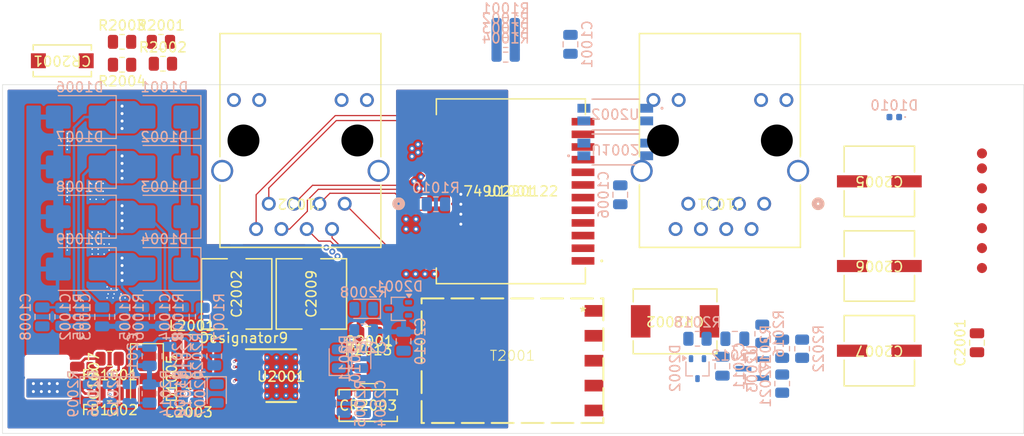
<source format=kicad_pcb>
(kicad_pcb (version 20240108) (generator "pcbnew") (generator_version "8.0")
  (layers (0 "F.Cu" signal) (1 "In1.Cu" signal) (2 "In2.Cu" signal) (31 "B.Cu" signal) (34 "B.Paste" user) (35 "F.Paste" user) (36 "B.SilkS" user "B.Silkscreen") (37 "F.SilkS" user "F.Silkscreen") (38 "B.Mask" user) (39 "F.Mask" user) (44 "Edge.Cuts" user))
  (net 0 "")
  (net 1 "/A_IN")
  (net 2 "/B_IN")
  (net 3 "/C_IN")
  (net 4 "/D_IN")
  (net 5 "Net-(C1001-Pad1)")
  (net 7 "Net-(C1002-Pad2)")
  (net 8 "Net-(C1003-Pad2)")
  (net 9 "Net-(C1004-Pad2)")
  (net 10 "Net-(C1005-Pad2)")
  (net 11 "/VDD_PRIME")
  (net 12 "/VSS_PRIME")
  (net 13 "Net-(C1008-Pad1)")
  (net 14 "Net-(C2004-Pad2)")
  (net 15 "/Flyback/T_PRI")
  (net 16 "Net-(U2001-CS)")
  (net 17 "+5V")
  (net 18 "Net-(C2013-Pad1)")
  (net 19 "Net-(U2001-CTL)")
  (net 20 "GND")
  (net 21 "/Flyback/VC")
  (net 22 "VDD")
  (net 23 "Net-(U2001-VB)")
  (net 24 "Net-(CR2001-Pad2)")
  (net 25 "Net-(CR2002-Pad2)")
  (net 26 "Net-(CR2003-Pad2)")
  (net 27 "Net-(D2001-K)")
  (net 29 "VSS")
  (net 30 "Net-(D2001-A)")
  (net 31 "Net-(D2002-K)")
  (net 32 "Net-(D2002-A)")
  (net 33 "GNDREF")
  (net 37 "Net-(Q2001-S)")
  (net 38 "Net-(Q2001-G)")
  (net 39 "Net-(R1001-Pad1)")
  (net 40 "Net-(R1002-Pad1)")
  (net 41 "GNDPWR")
  (net 42 "Net-(R1003-Pad1)")
  (net 43 "Net-(R1004-Pad1)")
  (net 44 "VC")
  (net 45 "Net-(U1002-A)")
  (net 46 "Net-(R1010-Pad2)")
  (net 47 "Net-(D1010-K)")
  (net 48 "APD")
  (net 50 "Net-(U2001-DEN)")
  (net 51 "/POE0_P")
  (net 52 "/ETH5")
  (net 53 "/ETH1")
  (net 54 "/ETH4")
  (net 55 "/ETH6")
  (net 56 "/POE2_N")
  (net 57 "/ETH0")
  (net 58 "/ETH2")
  (net 59 "/POE1_P")
  (net 60 "/ETH3")
  (net 61 "/ETH7")
  (net 62 "Net-(U2001-CLS)")
  (net 63 "/POE0_N")
  (net 64 "/POE3_N")
  (net 65 "/POE2_P")
  (net 66 "Net-(U2001-GATE)")
  (net 67 "/POE3_P")
  (net 68 "/POE1_N")
  (net 69 "Net-(U2001-SRT)")
  (net 70 "Net-(U2001-RT)")
  (net 71 "Net-(U2003-REF)")
  (net 72 "Net-(C2012-Pad1)")
  (net 73 "Net-(U2002-A)")
  (net 74 "T2P")
  (net 81 "Net-(R2003-Pad1)")
  (footprint "Resistor_SMD:R_0805_2012Metric" (layer "F.Cu") (at 79.2125 48 180)
    (property "Reference" "R2013")
    (property "Value" "0.56")
  )
  (footprint "footprints:CONN12_ARJM11B1-009-AB-EW2_ABR" (layer "F.Cu") (at 114.5 28.6 180)
    (property "Reference" "J1001")
    (property "Value" "8P8C_LED_Shielded_x2")
  )
  (footprint "Resistor_SMD:R_0805_2012Metric" (layer "F.Cu") (at 58.4 18.7)
    (property "Reference" "R2001")
    (property "Value" "0")
  )
  (footprint "SparkFun-Connector:TestPoint-1.0mm" (layer "F.Cu") (at 140.8 39.4 90)
    (property "Reference" "TP1007")
    (property "Value" "TestPoint")
  )
  (footprint "Capacitor_SMD:C_0805_2012Metric" (layer "F.Cu") (at 50 52.25 -90)
    (property "Reference" "C1007")
    (property "Value" "1n")
  )
  (footprint "SparkFun-Connector:TestPoint-1.0mm" (layer "F.Cu") (at 140.8 35.4 90)
    (property "Reference" "TP1002")
    (property "Value" "TestPoint")
  )
  (footprint "SparkFun-Connector:TestPoint-1.0mm" (layer "F.Cu") (at 140.8 37.4 90)
    (property "Reference" "TP1003")
    (property "Value" "TestPoint")
  )
  (footprint "Diode_SMD:D_SMA" (layer "F.Cu") (at 57 52.5 -90)
    (property "Reference" "D1005")
    (property "Value" "SMAJ58A")
  )
  (footprint "footprints:CAP_WCAP-ASLI_06p3X05p5_WRE" (layer "F.Cu") (at 130.5 49.7 180)
    (property "Reference" "C2007")
    (property "Value" "47u")
  )
  (footprint "footprints:DIODE_SMC_7P15X6P25_ONS" (layer "F.Cu") (at 110 46.75 180)
    (property "Reference" "CR2002")
    (property "Value" "MBRS540T3G")
  )
  (footprint "footprints:750311320" (layer "F.Cu") (at 93.68 50.7)
    (property "Reference" "T2001")
    (property "Value" "~")
  )
  (footprint "SparkFun-Connector:TestPoint-1.0mm" (layer "F.Cu") (at 140.8 31.4 90)
    (property "Reference" "TP1006")
    (property "Value" "TestPoint")
  )
  (footprint "footprints:CAP_WCAP-ASLI_06p3X05p5_WRE" (layer "F.Cu") (at 66 44 90)
    (property "Reference" "C2002")
    (property "Value" "47u")
  )
  (footprint "SparkFun-Connector:TestPoint-1.0mm" (layer "F.Cu") (at 140.8 33.4 90)
    (property "Reference" "TP1005")
    (property "Value" "TestPoint")
  )
  (footprint "footprints:CONN12_ARJM11B1-009-AB-EW2_ABR" (layer "F.Cu") (at 72.4 28.6 180)
    (property "Reference" "J1002")
    (property "Value" "8P8C_LED_Shielded_x2")
  )
  (footprint "Resistor_SMD:R_0805_2012Metric" (layer "F.Cu") (at 54.5 21 180)
    (property "Reference" "R2004")
    (property "Value" "24.9k")
  )
  (footprint "footprints:7490220122" (layer "F.Cu") (at 100.760599 40.684 180)
    (property "Reference" "U1001")
    (property "Value" "7490220122")
  )
  (footprint "Resistor_SMD:R_0805_2012Metric" (layer "F.Cu") (at 53.25 54 180)
    (property "Reference" "FB1002")
    (property "Value" "FerriteBead")
  )
  (footprint "Resistor_SMD:R_0805_2012Metric" (layer "F.Cu") (at 54.5 18.7)
    (property "Reference" "R2003")
    (property "Value" "0")
  )
  (footprint "Package_TO_SOT_SMD:SuperSOT-6" (layer "F.Cu") (at 79.3 51.4)
    (property "Reference" "Q2001")
    (property "Value" "FDC86244")
  )
  (footprint "footprints:CAP_WCAP-ASLI_06p3X05p5_WRE" (layer "F.Cu") (at 73.5 44 90)
    (property "Reference" "C2009")
    (property "Value" "10u")
  )
  (footprint "Capacitor_SMD:C_0805_2012Metric" (layer "F.Cu") (at 61.2 54.2 180)
    (property "Reference" "C2003")
    (property "Value" "1u")
  )
  (footprint "footprints:CAP_WCAP-ASLI_06p3X05p5_WRE" (layer "F.Cu") (at 130.5 32.7 180)
    (property "Reference" "C2005")
    (property "Value" "47u")
  )
  (footprint "Resistor_SMD:R_0805_2012Metric" (layer "F.Cu") (at 58.6 20.9)
    (property "Reference" "R2002")
    (property "Value" "24.9k")
  )
  (footprint "Capacitor_SMD:C_0805_2012Metric" (layer "F.Cu") (at 140.3 48.9 90)
    (property "Reference" "C2001")
    (property "Value" "2200p")
  )
  (footprint "SparkFun-Connector:TestPoint-1.0mm" (layer "F.Cu") (at 140.8 41.4 90)
    (property "Reference" "TP1004")
    (property "Value" "TestPoint")
  )
  (footprint "footprints:PWP0016J_N" (layer "F.Cu") (at 70.475 52.299999)
    (property "Reference" "U2001")
    (property "Value" "TPS23751PWP")
  )
  (footprint "Inductor_SMD:L_Abracon_ASPI-4030S" (layer "F.Cu") (at 61.5 50.2)
    (property "Reference" "L2001")
    (property "Value" "4.7u")
  )
  (footprint "Resistor_SMD:R_0805_2012Metric" (layer "F.Cu") (at 53.25 50.5 180)
    (property "Reference" "FB1001")
    (property "Value" "FerriteBead")
  )
  (footprint "SparkFun-Connector:TestPoint-1.0mm" (layer "F.Cu") (at 140.8 29.9 90)
    (property "Reference" "TP1001")
    (property "Value" "TestPoint")
  )
  (footprint "footprints:DIODE_TVS1SMAS5_4P57X2P92_ONS" (layer "F.Cu") (at 79.2 55.2)
    (property "Reference" "CR2003")
    (property "Value" "MURA120T3G")
  )
  (footprint "footprints:CAP_WCAP-ASLI_06p3X05p5_WRE" (layer "F.Cu") (at 130.5 41.2 180)
    (property "Reference" "C2006")
    (property "Value" "47u")
  )
  (footprint "footprints:DIODE_TVS1SMAS5_4P57X2P92_ONS" (layer "F.Cu") (at 48.5 20.6 180)
    (property "Reference" "CR2001")
    (property "Value" "MURA120T3G")
  )
  (footprint "Diode_SMD:D_SMB" (layer "B.Cu") (at 58.75 41.5 180)
    (property "Reference" "D1004")
    (property "Value" "B220")
  )
  (footprint "Resistor_SMD:R_0805_2012Metric" (layer "B.Cu") (at 86 35 180)
    (property "Reference" "R1010")
    (property "Value" "2.2k")
  )
  (footprint "Resistor_SMD:R_0805_2012Metric" (layer "B.Cu") (at 76.75 55 90)
    (property "Reference" "R2005")
    (property "Value" "49.9k")
  )
  (footprint "Capacitor_SMD:C_0805_2012Metric" (layer "B.Cu") (at 56.5 46.3 -90)
    (property "Reference" "C1005")
    (property "Value" "10n")
  )
  (footprint "LED_SMD:LED_0805_2012Metric" (layer "B.Cu") (at 78.75 45.5 180)
    (property "Reference" "R2008")
    (property "Value" "49.9")
  )
  (footprint "Resistor_SMD:R_0805_2012Metric" (layer "B.Cu") (at 58.5 46.3 90)
    (property "Reference" "R1008")
    (property "Value" "75")
  )
  (footprint "Resistor_SMD:R_0805_2012Metric" (layer "B.Cu") (at 61.75 50.25 -90)
    (property "Reference" "R2019")
    (property "Value" "402")
  )
  (footprint "Resistor_SMD:R_0805_2012Metric" (layer "B.Cu") (at 112.25 48.5 180)
    (property "Reference" "R2018")
    (property "Value" "49.9")
  )
  (footprint "LED_SMD:LED_0805_2012Metric" (layer "B.Cu") (at 78.5 50.5 -90)
    (property "Reference" "R2011")
    (property "Value" "0")
  )
  (footprint "Resistor_SMD:R_0805_2012Metric" (layer "B.Cu") (at 62.6 46.3 90)
    (property "Reference" "R1007")
    (property "Value" "75")
  )
  (footprint "Capacitor_SMD:C_0805_2012Metric" (layer "B.Cu") (at 104.5 34.05 -90)
    (property "Reference" "C1006")
    (property "Value" "100n")
  )
  (footprint "Diode_SMD:D_SMB" (layer "B.Cu") (at 50.25 26.25 180)
    (property "Reference" "D1006")
    (property "Value" "B220")
  )
  (footprint "Capacitor_SMD:C_0805_2012Metric" (layer "B.Cu") (at 116 48.5)
    (property "Reference" "C2012")
    (property "Value" "10u")
  )
  (footprint "footprints:SSOP4_4P40X2P85_VIS" (layer "B.Cu") (at 104 26 180)
    (property "Reference" "U2002")
    (property "Value" "TCMT1107")
  )
  (footprint "Capacitor_SMD:C_0805_2012Metric" (layer "B.Cu") (at 82.75 48.75 90)
    (property "Reference" "C2010")
    (property "Value" "330p")
  )
  (footprint "Diode_SMD:D_SMB" (layer "B.Cu") (at 58.75 31.25 180)
    (property "Reference" "D1002")
    (property "Value" "B220")
  )
  (footprint "Resistor_SMD:R_0805_2012Metric" (layer "B.Cu") (at 59.25 54 90)
    (property "Reference" "R2015")
    (property "Value" "34k")
  )
  (footprint "Capacitor_SMD:C_0805_2012Metric" (layer "B.Cu") (at 52.5 46.3 -90)
    (property "Reference" "C1003")
    (property "Value" "10n")
  )
  (footprint "LED_SMD:LED_0805_2012Metric" (layer "B.Cu") (at 55.25 54 -90)
    (property "Reference" "R2012")
    (property "Value" "100k")
  )
  (footprint "LED_SMD:LED_0402_1005Metric" (layer "B.Cu") (at 132 26.25 180)
    (property "Reference" "D1010")
    (property "Value" "LED")
  )
  (footprint "Resistor_SMD:R_0805_2012Metric" (layer "B.Cu") (at 54.5 46.3 90)
    (property "Reference" "R1006")
    (property "Value" "75")
  )
  (footprint "footprints:DBZ3" (layer "B.Cu") (at 117.75 51.5 -90)
    (property "Reference" "U2003")
    (property "Value" "TLV431ACDBZR")
  )
  (footprint "footprints:SSOP4_4P40X2P85_VIS" (layer "B.Cu") (at 104 29.5)
    (property "Reference" "U1002")
    (property "Value" "TCMT1107")
  )
  (footprint "Diode_SMD:D_SMB" (layer "B.Cu") (at 50.25 31.25 180)
    (property "Reference" "D1007")
    (property "Value" "B220")
  )
  (footprint "Resistor_SMD:R_0805_2012Metric" (layer "B.Cu") (at 120.75 53 -90)
    (property "Reference" "R2021")
    (property "Value" "13.3k")
  )
  (footprint "Resistor_SMD:R_0805_2012Metric" (layer "B.Cu") (at 57.25 54 90)
    (property "Reference" "R2014")
    (property "Value" "11.1k")
  )
  (footprint "Capacitor_SMD:C_0805_2012Metric" (layer "B.Cu") (at 99.5 18.95 90)
    (property "Reference" "C1001")
    (property "Value" "1n")
  )
  (footprint "Capacitor_SMD:C_0805_2012Metric" (layer "B.Cu") (at 50.5 46.3 -90)
    (property "Reference" "C1002")
    (property "Value" "10n")
  )
  (footprint "Capacitor_SMD:C_0805_2012Metric" (layer "B.Cu") (at 78.75 55 90)
    (property "Reference" "C2004")
    (property "Value" "10n")
  )
  (footprint "Resistor_SMD:R_0805_2012Metric" (layer "B.Cu") (at 62 54 -90)
    (property "Reference" "R1009")
    (property "Value" "24.9k")
  )
  (footprint "Resistor_SMD:R_0805_2012Metric" (layer "B.Cu") (at 93 20 180)
    (property "Reference" "R1004")
    (property "Value" "75")
  )
  (footprint "Capacitor_SMD:C_0805_2012Metric" (layer "B.Cu") (at 78.75 47.75)
    (property "Reference" "C2008")
    (property "Value" "0.22u")
  )
  (footprint "Capacitor_SMD:C_0805_2012Metric" (layer "B.Cu") (at 46.5 46.3 -90)
    (property "Reference" "C1008")
    (property "Value" "1n")
  )
  (footprint "Capacitor_SMD:C_0805_2012Metric" (layer "B.Cu") (at 114.75 51.25 90)
    (property "Reference" "C2011")
    (property "Value" "1u")
  )
  (footprint "Capacitor_SMD:C_0805_2012Metric" (layer "B.Cu") (at 59.25 50.25 90)
    (property "Reference" "C2013")
    (property "Value" "47n")
  )
  (footprint "LED_SMD:LED_0805_2012Metric" (layer "B.Cu") (at 64 54 -90)
    (property "Reference" "R2007")
    (property "Value" "750k")
  )
  (footprint "Resistor_SMD:R_0805_2012Metric" (layer "B.Cu") (at 122.75 49.5 90)
    (property "Reference" "R2022")
    (property "Value" "3.01k")
  )
  (footprint "Diode_SMD:D_SMB" (layer "B.Cu") (at 58.75 36.25 180)
    (property "Reference" "D1003")
    (property "Value" "B220")
  )
  (footprint "Diode_SMD:D_SMB" (layer "B.Cu") (at 50.25 36.25 180)
    (property "Reference" "D1008")
    (property "Value" "B220")
  )
  (footprint "LED_SMD:LED_0805_2012Metric" (layer "B.Cu") (at 76.25 50.5 90)
    (property "Reference" "R2010")
    (property "Value" "49.9")
  )
  (footprint "Resistor_SMD:R_0805_2012Metric" (layer "B.Cu") (at 93 18 180)
    (property "Reference" "R1002")
    (property "Value" "75")
  )
  (footprint "LED_SMD:LED_0805_2012Metric" (layer "B.Cu") (at 53.25 54 -90)
    (property "Reference" "R2006")
    (property "Value" "24.9k")
  )
  (footprint "Resistor_SMD:R_0805_2012Metric" (layer "B.Cu") (at 93 17 180)
    (property "Reference" "R1001")
    (property "Value" "75")
  )
  (footprint "Resistor_SMD:R_0805_2012Metric" (layer "B.Cu") (at 120.75 49.5 -90)
    (property "Reference" "R2017")
    (property "Value" "41.2k")
  )
  (footprint "Capacitor_SMD:C_0805_2012Metric" (layer "B.Cu") (at 60.5 46.3 -90)
    (property "Reference" "C1004")
    (property "Value" "10n")
  )
  (footprint "Package_TO_SOT_SMD:SOT-323_SC-70" (layer "B.Cu") (at 112.25 51.5 -90)
    (property "Reference" "D2002")
    (property "Value" "BAS16W")
  )
  (footprint "Diode_SMD:D_SMB" (layer "B.Cu") (at 50.25 41.5 180)
    (property "Reference" "D1009")
    (property "Value" "B220")
  )
  (footprint "LED_SMD:LED_0805_2012Metric" (layer "B.Cu") (at 51.25 54 -90)
    (property "Reference" "R2009")
    (property "Value" "63..4k")
  )
  (footprint "Resistor_SMD:R_0805_2012Metric" (layer "B.Cu") (at 48.5 46.3 90)
    (property "Reference" "R1005")
    (property "Value" "75")
  )
  (footprint "Resistor_SMD:R_0805_2012Metric" (layer "B.Cu") (at 93 19 180)
    (property "Reference" "R1003")
    (property "Value" "75")
  )
  (footprint "Diode_SMD:D_SMB" (layer "B.Cu") (at 58.75 26.25 180)
    (property "Reference" "D1001")
    (property "Value" "B220")
  )
  (footprint "Resistor_SMD:R_0805_2012Metric" (layer "B.Cu") (at 118.75 48 90)
    (property "Reference" "R2016")
    (property "Value" "3.01k")
  )
  (footprint "Package_TO_SOT_SMD:SOT-323_SC-70" (layer "B.Cu") (at 82.25 45.5 180)
    (property "Reference" "D2001")
    (property "Value" "BAS16W")
  )
  (footprint "Capacitor_SMD:C_0805_2012Metric" (layer "B.Cu") (at 57.25 50.25 -90)
    (property "Reference" "C2014")
    (property "Value" "0.1u")
  )
  (footprint "Resistor_SMD:R_0805_2012Metric" (layer "B.Cu") (at 63.75 50.25 -90)
    (property "Reference" "R2020")
    (property "Value" "2k")
  )
  (gr_rect (start 42.5 23) (end 145 58) (stroke (width 0.05)) (fill none) (layer "Edge.Cuts"))
  (via (at 83.95 42) (size 0.6) (drill 0.3) (layers "F.Cu" "B.Cu") (net 1))
  (via (at 54.5 25.9) (size 0.6) (drill 0.3) (layers "F.Cu" "B.Cu") (net 1))
  (via (at 54.5 26.65) (size 0.6) (drill 0.3) (layers "F.Cu" "B.Cu") (net 1))
  (via (at 85.85 42) (size 0.6) (drill 0.3) (layers "F.Cu" "B.Cu") (net 1))
  (via (at 54.5 25.15) (size 0.6) (drill 0.3) (layers "F.Cu" "B.Cu") (net 1))
  (via (at 84.9 42) (size 0.6) (drill 0.3) (layers "F.Cu" "B.Cu") (net 1))
  (via (at 83 42) (size 0.6) (drill 0.3) (layers "F.Cu" "B.Cu") (net 1))
  (via (at 54.5 27.4) (size 0.6) (drill 0.3) (layers "F.Cu" "B.Cu") (net 1))
  (segment (start 49.675 44.525) (end 49.675 27.3) (width 0.25) (layer "B.Cu") (net 1))
  (segment (start 53.55 27.4) (end 52.4 26.25) (width 1) (layer "B.Cu") (net 1))
  (segment (start 50.5 45.35) (end 49.675 44.525) (width 0.25) (layer "B.Cu") (net 1))
  (segment (start 50.725 26.25) (end 52.4 26.25) (width 0.25) (layer "B.Cu") (net 1))
  (segment (start 56.35 26.65) (end 56.75 26.25) (width 1) (layer "B.Cu") (net 1))
  (segment (start 53.5 25.15) (end 52.4 26.25) (width 1) (layer "B.Cu") (net 1))
  (segment (start 54.5 26.65) (end 56.35 26.65) (width 1) (layer "B.Cu") (net 1))
  (segment (start 49.675 27.3) (end 50.725 26.25) (width 0.25) (layer "B.Cu") (net 1))
  (segment (start 52.75 25.9) (end 52.4 26.25) (width 1) (layer "B.Cu") (net 1))
  (segment (start 56.4 25.9) (end 56.75 26.25) (width 1) (layer "B.Cu") (net 1))
  (segment (start 54.5 25.15) (end 53.5 25.15) (width 1) (layer "B.Cu") (net 1))
  (segment (start 52.8 26.65) (end 52.4 26.25) (width 1) (layer "B.Cu") (net 1))
  (segment (start 54.5 26.65) (end 52.8 26.65) (width 1) (layer "B.Cu") (net 1))
  (segment (start 54.5 27.4) (end 55.6 27.4) (width 1) (layer "B.Cu") (net 1))
  (segment (start 54.5 25.9) (end 56.4 25.9) (width 1) (layer "B.Cu") (net 1))
  (segment (start 54.5 25.15) (end 55.65 25.15) (width 1) (layer "B.Cu") (net 1))
  (segment (start 55.6 27.4) (end 56.75 26.25) (width 1) (layer "B.Cu") (net 1))
  (segment (start 54.5 27.4) (end 53.55 27.4) (width 1) (layer "B.Cu") (net 1))
  (segment (start 54.5 25.9) (end 52.75 25.9) (width 1) (layer "B.Cu") (net 1))
  (segment (start 55.65 25.15) (end 56.75 26.25) (width 1) (layer "B.Cu") (net 1))
  (via (at 54.5 30.15) (size 0.6) (drill 0.3) (layers "F.Cu" "B.Cu") (net 2))
  (via (at 75 39.35) (size 0.6) (drill 0.3) (layers "F.Cu" "B.Cu") (net 2))
  (via (at 54.5 31.65) (size 0.6) (drill 0.3) (layers "F.Cu" "B.Cu") (net 2))
  (via (at 75.6 39.75) (size 0.6) (drill 0.3) (layers "F.Cu" "B.Cu") (net 2))
  (via (at 83 37.5) (size 0.6) (drill 0.3) (layers "F.Cu" "B.Cu") (net 2))
  (via (at 76.126085 40.223915) (size 0.6) (drill 0.3) (layers "F.Cu" "B.Cu") (net 2))
  (via (at 83 36.5) (size 0.6) (drill 0.3) (layers "F.Cu" "B.Cu") (net 2))
  (via (at 84 37.5) (size 0.6) (drill 0.3) (layers "F.Cu" "B.Cu") (net 2))
  (via (at 54.5 30.9) (size 0.6) (drill 0.3) (layers "F.Cu" "B.Cu") (net 2))
  (via (at 54.5 32.4) (size 0.6) (drill 0.3) (layers "F.Cu" "B.Cu") (net 2))
  (via (at 84 36.5) (size 0.6) (drill 0.3) (layers "F.Cu" "B.Cu") (net 2))
  (segment (start 51.45 31.25) (end 52.4 31.25) (width 0.25) (layer "B.Cu") (net 2))
  (segment (start 53.55 32.4) (end 52.4 31.25) (width 1) (layer "B.Cu") (net 2))
  (segment (start 54.5 30.15) (end 53.5 30.15) (width 1) (layer "B.Cu") (net 2))
  (segment (start 54.5 31.65) (end 56.2 31.65) (width 1) (layer "B.Cu") (net 2))
  (segment (start 54.5 30.9) (end 56.25 30.9) (width 1) (layer "B.Cu") (net 2))
  (segment (start 54.5 30.9) (end 52.75 30.9) (width 1) (layer "B.Cu") (net 2))
  (segment (start 50.6 43.45) (end 50.6 32.1) (width 0.25) (layer "B.Cu") (net 2))
  (segment (start 56.2 31.65) (end 56.6 31.25) (width 1) (layer "B.Cu") (net 2))
  (segment (start 54.5 32.4) (end 55.45 32.4) (width 1) (layer "B.Cu") (net 2))
  (segment (start 52.5 45.35) (end 50.6 43.45) (width 0.25) (layer "B.Cu") (net 2))
  (segment (start 55.45 32.4) (end 56.6 31.25) (width 1) (layer "B.Cu") (net 2))
  (segment (start 50.6 32.1) (end 51.45 31.25) (width 0.25) (layer "B.Cu") (net 2))
  (segment (start 54.5 31.65) (end 52.8 31.65) (width 1) (layer "B.Cu") (net 2))
  (segment (start 52.75 30.9) (end 52.4 31.25) (width 1) (layer "B.Cu") (net 2))
  (segment (start 54.5 30.15) (end 55.5 30.15) (width 1) (layer "B.Cu") (net 2))
  (segment (start 56.25 30.9) (end 56.6 31.25) (width 1) (layer "B.Cu") (net 2))
  (segment (start 55.5 30.15) (end 56.6 31.25) (width 1) (layer "B.Cu") (net 2))
  (segment (start 53.5 30.15) (end 52.4 31.25) (width 1) (layer "B.Cu") (net 2))
  (segment (start 54.5 32.4) (end 53.55 32.4) (width 1) (layer "B.Cu") (net 2))
  (segment (start 52.8 31.65) (end 52.4 31.25) (width 1) (layer "B.Cu") (net 2))
  (via (at 54.5 35.15) (size 0.6) (drill 0.3) (layers "F.Cu" "B.Cu") (net 3))
  (via (at 54.5 37.4) (size 0.6) (drill 0.3) (layers "F.Cu" "B.Cu") (net 3))
  (via (at 84.3 33.4) (size 0.6) (drill 0.3) (layers "F.Cu" "B.Cu") (net 3))
  (via (at 83.8 32.7) (size 0.6) (drill 0.3) (layers "F.Cu" "B.Cu") (net 3))
  (via (at 54.5 35.9) (size 0.6) (drill 0.3) (layers "F.Cu" "B.Cu") (net 3))
  (via (at 54.5 36.65) (size 0.6) (drill 0.3) (layers "F.Cu" "B.Cu") (net 3))
  (via (at 84.5 32.25) (size 0.6) (drill 0.3) (layers "F.Cu" "B.Cu") (net 3))
  (segment (start 55.45 37.4) (end 56.6 36.25) (width 1) (layer "B.Cu") (net 3))
  (segment (start 53.8 36.25) (end 55.2 36.25) (width 1) (layer "B.Cu") (net 3))
  (segment (start 54.5 35.15) (end 54.5 35.55) (width 1) (layer "B.Cu") (net 3))
  (segment (start 55.2 36.25) (end 56.6 36.25) (width 1) (layer "B.Cu") (net 3))
  (segment (start 58.8 37.9) (end 57.15 36.25) (width 0.25) (layer "B.Cu") (net 3))
  (segment (start 54.5 35.9) (end 54.15 35.9) (width 1) (layer "B.Cu") (net 3))
  (segment (start 55.5 35.15) (end 56.6 36.25) (width 1) (layer "B.Cu") (net 3))
  (segment (start 60.5 45.35) (end 58.8 43.65) (width 0.25) (layer "B.Cu") (net 3))
  (segment (start 52.4 36.25) (end 53.8 36.25) (width 1) (layer "B.Cu") (net 3))
  (segment (start 54.5 37.4) (end 55.45 37.4) (width 1) (layer "B.Cu") (net 3))
  (segment (start 58.8 43.65) (end 58.8 37.9) (width 0.25) (layer "B.Cu") (net 3))
  (segment (start 54.5 35.15) (end 55.5 35.15) (width 1) (layer "B.Cu") (net 3))
  (segment (start 53.55 37.4) (end 52.4 36.25) (width 1) (layer "B.Cu") (net 3))
  (segment (start 54.5 36.95) (end 55.2 36.25) (width 1) (layer "B.Cu") (net 3))
  (segment (start 54.15 35.9) (end 53.8 36.25) (width 1) (layer "B.Cu") (net 3))
  (segment (start 54.5 37.4) (end 54.5 36.95) (width 1) (layer "B.Cu") (net 3))
  (segment (start 57.15 36.25) (end 56.6 36.25) (width 0.25) (layer "B.Cu") (net 3))
  (segment (start 54.5 35.15) (end 53.5 35.15) (width 1) (layer "B.Cu") (net 3))
  (segment (start 54.5 37.4) (end 54.5 35.15) (width 1) (layer "B.Cu") (net 3))
  (segment (start 53.5 35.15) (end 52.4 36.25) (width 1) (layer "B.Cu") (net 3))
  (segment (start 54.5 37.4) (end 53.55 37.4) (width 1) (layer "B.Cu") (net 3))
  (segment (start 54.5 35.55) (end 55.2 36.25) (width 1) (layer "B.Cu") (net 3))
  (segment (start 54.5 36.95) (end 53.8 36.25) (width 1) (layer "B.Cu") (net 3))
  (via (at 83.6 30.2) (size 0.6) (drill 0.3) (layers "F.Cu" "B.Cu") (net 4))
  (via (at 54.5 41.15) (size 0.6) (drill 0.3) (layers "F.Cu" "B.Cu") (net 4))
  (via (at 54.5 41.9) (size 0.6) (drill 0.3) (layers "F.Cu" "B.Cu") (net 4))
  (via (at 54.5 40.4) (size 0.6) (drill 0.3) (layers "F.Cu" "B.Cu") (net 4))
  (via (at 84.2 29) (size 0.6) (drill 0.3) (layers "F.Cu" "B.Cu") (net 4))
  (via (at 54.5 42.65) (size 0.6) (drill 0.3) (layers "F.Cu" "B.Cu") (net 4))
  (via (at 83.6 29.4) (size 0.6) (drill 0.3) (layers "F.Cu" "B.Cu") (net 4))
  (via (at 84.2 29.8) (size 0.6) (drill 0.3) (layers "F.Cu" "B.Cu") (net 4))
  (segment (start 53.8 40.4) (end 53.8 42.65) (width 1) (layer "B.Cu") (net 4))
  (segment (start 54.5 40.4) (end 53.8 40.4) (width 1) (layer "B.Cu") (net 4))
  (segment (start 56.5 45.35) (end 54.5 43.35) (width 0.25) (layer "B.Cu") (net 4))
  (segment (start 53.5 40.4) (end 52.4 41.5) (width 1) (layer "B.Cu") (net 4))
  (segment (start 55.45 42.65) (end 56.6 41.5) (width 1) (layer "B.Cu") (net 4))
  (segment (start 54.5 42.65) (end 55.45 42.65) (width 1) (layer "B.Cu") (net 4))
  (segment (start 54.5 42.65) (end 54.5 42.2) (width 1) (layer "B.Cu") (net 4))
  (segment (start 54.5 40.4) (end 55.5 40.4) (width 1) (layer "B.Cu") (net 4))
  (segment (start 53.55 42.65) (end 52.4 41.5) (width 1) (layer "B.Cu") (net 4))
  (segment (start 53.8 40.4) (end 53.5 40.4) (width 1) (layer "B.Cu") (net 4))
  (segment (start 55.2 41.5) (end 56.6 41.5) (width 1) (layer "B.Cu") (net 4))
  (segment (start 54.5 40.4) (end 54.5 40.8) (width 1) (layer "B.Cu") (net 4))
  (segment (start 54.5 40.8) (end 55.2 41.5) (width 1) (layer "B.Cu") (net 4))
  (segment (start 55.5 40.4) (end 56.6 41.5) (width 1) (layer "B.Cu") (net 4))
  (segment (start 52.4 41.5) (end 55.2 41.5) (width 1) (layer "B.Cu") (net 4))
  (segment (start 53.8 42.65) (end 53.55 42.65) (width 1) (layer "B.Cu") (net 4))
  (segment (start 54.5 43.35) (end 54.5 41.9) (width 0.25) (layer "B.Cu") (net 4))
  (segment (start 54.5 42.2) (end 55.2 41.5) (width 1) (layer "B.Cu") (net 4))
  (segment (start 54.5 42.65) (end 53.8 42.65) (width 1) (layer "B.Cu") (net 4))
  (segment (start 54.5 40.4) (end 54.5 42.65) (width 1) (layer "B.Cu") (net 4))
  (segment (start 50.4625 47.2125) (end 50.5 47.25) (width 0.5) (layer "B.Cu") (net 7))
  (segment (start 48.5 47.2125) (end 50.4625 47.2125) (width 0.5) (layer "B.Cu") (net 7))
  (segment (start 54.4625 47.25) (end 54.5 47.2125) (width 0.5) (layer "B.Cu") (net 8))
  (segment (start 52.5 47.25) (end 54.4625 47.25) (width 0.5) (layer "B.Cu") (net 8))
  (segment (start 60.5 47.25) (end 62.5625 47.25) (width 0.5) (layer "B.Cu") (net 9))
  (segment (start 62.5625 47.25) (end 62.6 47.2125) (width 0.5) (layer "B.Cu") (net 9))
  (segment (start 56.5 47.25) (end 58.4625 47.25) (width 0.5) (layer "B.Cu") (net 10))
  (segment (start 58.4625 47.25) (end 58.5 47.2125) (width 0.5) (layer "B.Cu") (net 10))
  (segment (start 50 51.3) (end 50.8 50.5) (width 0.25) (layer "F.Cu") (net 11))
  (segment (start 50.8 50.5) (end 52.3375 50.5) (width 0.25) (layer "F.Cu") (net 11))
  (segment (start 60.9 26.25) (end 60.9 41.5) (width 1) (layer "B.Cu") (net 11))
  (segment (start 50.8 54) (end 52.3375 54) (width 0.25) (layer "F.Cu") (net 12))
  (segment (start 50 53.2) (end 50.8 54) (width 0.25) (layer "F.Cu") (net 12))
  (via (at 46.4 53) (size 0.6) (drill 0.3) (layers "F.Cu" "B.Cu") (net 12))
  (via (at 48 53.8) (size 0.6) (drill 0.3) (layers "F.Cu" "B.Cu") (net 12))
  (via (at 45.6 53.8) (size 0.6) (drill 0.3) (layers "F.Cu" "B.Cu") (net 12))
  (via (at 47.2 53) (size 0.6) (drill 0.3) (layers "F.Cu" "B.Cu") (net 12))
  (via (at 45.6 53) (size 0.6) (drill 0.3) (layers "F.Cu" "B.Cu") (net 12))
  (via (at 47.2 53.8) (size 0.6) (drill 0.3) (layers "F.Cu" "B.Cu") (net 12))
  (via (at 46.4 53.8) (size 0.6) (drill 0.3) (layers "F.Cu" "B.Cu") (net 12))
  (via (at 48 53) (size 0.6) (drill 0.3) (layers "F.Cu" "B.Cu") (net 12))
  (segment (start 48.1 26.25) (end 48.1 41.5) (width 1) (layer "B.Cu") (net 12))
  (segment (start 58.5 45.3875) (end 59.2875 46.175) (width 0.25) (layer "B.Cu") (net 13))
  (segment (start 48.4625 45.35) (end 48.5 45.3875) (width 0.25) (layer "B.Cu") (net 13))
  (segment (start 53.7125 46.175) (end 54.5 45.3875) (width 0.25) (layer "B.Cu") (net 13))
  (segment (start 54.5 45.3875) (end 55.2875 46.175) (width 0.25) (layer "B.Cu") (net 13))
  (segment (start 46.5 45.35) (end 48.4625 45.35) (width 0.25) (layer "B.Cu") (net 13))
  (segment (start 61.8125 46.175) (end 62.6 45.3875) (width 0.25) (layer "B.Cu") (net 13))
  (segment (start 57.7125 46.175) (end 58.5 45.3875) (width 0.25) (layer "B.Cu") (net 13))
  (segment (start 48.5 45.3875) (end 49.2875 46.175) (width 0.25) (layer "B.Cu") (net 13))
  (segment (start 55.2875 46.175) (end 57.7125 46.175) (width 0.25) (layer "B.Cu") (net 13))
  (segment (start 59.2875 46.175) (end 61.8125 46.175) (width 0.25) (layer "B.Cu") (net 13))
  (segment (start 49.2875 46.175) (end 53.7125 46.175) (width 0.25) (layer "B.Cu") (net 13))
  (segment (start 61.7125 51.2) (end 61.75 51.1625) (width 0.25) (layer "B.Cu") (net 18))
  (segment (start 59.25 51.2) (end 61.7125 51.2) (width 0.25) (layer "B.Cu") (net 18))
  (segment (start 63.75 51.1625) (end 62.7625 50.175) (width 0.25) (layer "B.Cu") (net 19))
  (segment (start 60.125 50.175) (end 59.25 49.3) (width 0.25) (layer "B.Cu") (net 19))
  (segment (start 62.7625 50.175) (end 60.125 50.175) (width 0.25) (layer "B.Cu") (net 19))
  (via (at 52.7 40) (size 0.25) (drill 0.15) (layers "F.Cu" "B.Cu") (net 20))
  (via (at 53.2 38.2) (size 0.25) (drill 0.15) (layers "F.Cu" "B.Cu") (net 20))
  (via (at 51.5 38.4) (size 0.25) (drill 0.15) (layers "F.Cu" "B.Cu") (net 20))
  (via (at 52.6 33.7) (size 0.25) (drill 0.15) (layers "F.Cu" "B.Cu") (net 20))
  (via (at 51.3 34.5) (size 0.25) (drill 0.15) (layers "F.Cu" "B.Cu") (net 20))
  (via (at 49 39.6) (size 0.25) (drill 0.15) (layers "F.Cu" "B.Cu") (net 20))
  (via (at 54.3 44.4) (size 0.25) (drill 0.15) (layers "F.Cu" "B.Cu") (net 20))
  (via (at 88.5 35) (size 0.6) (drill 0.3) (layers "F.Cu" "B.Cu") (net 20))
  (via (at 51.3 33.7) (size 0.25) (drill 0.15) (layers "F.Cu" "B.Cu") (net 20))
  (via (at 53.6 44.4) (size 0.25) (drill 0.15) (layers "F.Cu" "B.Cu") (net 20))
  (via (at 51.5 40) (size 0.25) (drill 0.15) (layers "F.Cu" "B.Cu") (net 20))
  (via (at 49 38.8) (size 0.25) (drill 0.15) (layers "F.Cu" "B.Cu") (net 20))
  (via (at 88.5 36) (size 0.6) (drill 0.3) (layers "F.Cu" "B.Cu") (net 20))
  (via (at 52.6 32.9) (size 0.25) (drill 0.15) (layers "F.Cu" "B.Cu") (net 20))
  (via (at 88.5 37) (size 0.6) (drill 0.3) (layers "F.Cu" "B.Cu") (net 20))
  (via (at 51.3 32.9) (size 0.25) (drill 0.15) (layers "F.Cu" "B.Cu") (net 20))
  (via (at 49 33.4) (size 0.25) (drill 0.15) (layers "F.Cu" "B.Cu") (net 20))
  (via (at 49 29.1) (size 0.25) (drill 0.15) (layers "F.Cu" "B.Cu") (net 20))
  (via (at 49 33) (size 0.25) (drill 0.15) (layers "F.Cu" "B.Cu") (net 20))
  (via (at 54 43.6) (size 0.25) (drill 0.15) (layers "F.Cu" "B.Cu") (net 20))
  (via (at 54.4 44) (size 0.25) (drill 0.15) (layers "F.Cu" "B.Cu") (net 20))
  (via (at 49 39.2) (size 0.25) (drill 0.15) (layers "F.Cu" "B.Cu") (net 20))
  (via (at 51.5 39) (size 0.25) (drill 0.15) (layers "F.Cu" "B.Cu") (net 20))
  (via (at 53.2 39) (size 0.25) (drill 0.15) (layers "F.Cu" "B.Cu") (net 20))
  (via (at 49 38.4) (size 0.25) (drill 0.15) (layers "F.Cu" "B.Cu") (net 20))
  (via (at 51.9 34.5) (size 0.25) (drill 0.15) (layers "F.Cu" "B.Cu") (net 20))
  (via (at 52.1 38.4) (size 0.25) (drill 0.15) (layers "F.Cu" "B.Cu") (net 20))
  (via (at 52.1 39.5) (size 0.25) (drill 0.15) (layers "F.Cu" "B.Cu") (net 20))
  (via (at 52.7 39) (size 0.25) (drill 0.15) (layers "F.Cu" "B.Cu") (net 20))
  (via (at 49 34.2) (size 0.25) (drill 0.15) (layers "F.Cu" "B.Cu") (net 20))
  (via (at 52.1 40) (size 0.25) (drill 0.15) (layers "F.Cu" "B.Cu") (net 20))
  (via (at 51.5 37.8) (size 0.25) (drill 0.15) (layers "F.Cu" "B.Cu") (net 20))
  (via (at 53 44.4) (size 0.25) (drill 0.15) (layers "F.Cu" "B.Cu") (net 20))
  (via (at 52.1 37.8) (size 0.25) (drill 0.15) (layers "F.Cu" "B.Cu") (net 20))
  (via (at 49 27.9) (size 0.25) (drill 0.15) (layers "F.Cu" "B.Cu") (net 20))
  (via (at 51.5 39.5) (size 0.25) (drill 0.15) (layers "F.Cu" "B.Cu") (net 20))
  (via (at 53 43.3) (size 0.25) (drill 0.15) (layers "F.Cu" "B.Cu") (net 20))
  (via (at 52.7 37.8) (size 0.25) (drill 0.15) (layers "F.Cu" "B.Cu") (net 20))
  (via (at 49 34.6) (size 0.25) (drill 0.15) (layers "F.Cu" "B.Cu") (net 20))
  (via (at 53.2 39.6) (size 0.25) (drill 0.15) (layers "F.Cu" "B.Cu") (net 20))
  (via (at 53.1 44) (size 0.25) (drill 0.15) (layers "F.Cu" "B.Cu") (net 20))
  (via (at 53.7 44) (size 0.25) (drill 0.15) (layers "F.Cu" "B.Cu") (net 20))
  (via (at 49 33.8) (size 0.25) (drill 0.15) (layers "F.Cu" "B.Cu") (net 20))
  (via (at 51.9 32.9) (size 0.25) (drill 0.15) (layers "F.Cu" "B.Cu") (net 20))
  (via (at 49 38) (size 0.25) (drill 0.15) (layers "F.Cu" "B.Cu") (net 20))
  (via (at 49 29.5) (size 0.25) (drill 0.15) (layers "F.Cu" "B.Cu") (net 20))
  (via (at 53.4 43.5) (size 0.25) (drill 0.15) (layers "F.Cu" "B.Cu") (net 20))
  (via (at 88.5 34) (size 0.6) (drill 0.3) (layers "F.Cu" "B.Cu") (net 20))
  (via (at 54.8 44.4) (size 0.25) (drill 0.15) (layers "F.Cu" "B.Cu") (net 20))
  (via (at 49 28.3) (size 0.25) (drill 0.15) (layers "F.Cu" "B.Cu") (net 20))
  (via (at 52.1 39) (size 0.25) (drill 0.15) (layers "F.Cu" "B.Cu") (net 20))
  (via (at 49 28.7) (size 0.25) (drill 0.15) (layers "F.Cu" "B.Cu") (net 20))
  (via (at 52.6 34.5) (size 0.25) (drill 0.15) (layers "F.Cu" "B.Cu") (net 20))
  (segment (start 53.25 52) (end 53.5 51.75) (width 0.25) (layer "F.Cu") (net 22))
  (segment (start 54.1625 51.5875) (end 54.1625 50.5) (width 0.25) (layer "F.Cu") (net 22))
  (segment (start 54 51.75) (end 54.1625 51.5875) (width 0.25) (layer "F.Cu") (net 22))
  (segment (start 53.5 51.75) (end 54 51.75) (width 0.25) (layer "F.Cu") (net 22))
  (via (at 53.25 52) (size 0.25) (drill 0.15) (layers "F.Cu" "B.Cu") (net 22))
  (segment (start 53.25 53.0625) (end 53.25 52) (width 0.25) (layer "B.Cu") (net 22))
  (segment (start 55.25 49.5) (end 55.25 53.0625) (width 0.25) (layer "B.Cu") (net 23))
  (segment (start 58.075 48.475) (end 60.8875 48.475) (width 0.25) (layer "B.Cu") (net 23))
  (segment (start 61.75 49.3375) (end 63.75 49.3375) (width 0.25) (layer "B.Cu") (net 23))
  (segment (start 60.8875 48.475) (end 61.75 49.3375) (width 0.25) (layer "B.Cu") (net 23))
  (segment (start 55.45 49.3) (end 55.25 49.5) (width 0.25) (layer "B.Cu") (net 23))
  (segment (start 57.25 49.3) (end 58.075 48.475) (width 0.25) (layer "B.Cu") (net 23))
  (segment (start 57.25 49.3) (end 55.45 49.3) (width 0.25) (layer "B.Cu") (net 23))
  (segment (start 82.3 53.2) (end 82.7 53.2) (width 1) (layer "F.Cu") (net 26))
  (segment (start 81.6003 53.8997) (end 82.3 53.2) (width 1) (layer "F.Cu") (net 26))
  (segment (start 81.25 50.45) (end 82.7 51.9) (width 0.5) (layer "F.Cu") (net 26))
  (segment (start 82.7 51.9) (end 82.7 53.2) (width 0.5) (layer "F.Cu") (net 26))
  (segment (start 81.6 51.4) (end 82.3 52.1) (width 0.5) (layer "F.Cu") (net 26))
  (segment (start 82.7 53.2) (end 85.5 53.2) (width 1) (layer "F.Cu") (net 26))
  (segment (start 82.3 52.1) (end 82.3 53.2) (width 0.5) (layer "F.Cu") (net 26))
  (segment (start 80.6 50.45) (end 81.55 51.4) (width 0.5) (layer "F.Cu") (net 26))
  (segment (start 81.55 51.4) (end 81.6 51.4) (width 0.5) (layer "F.Cu") (net 26))
  (segment (start 80.6 50.45) (end 80.6 51.4) (width 0.5) (layer "F.Cu") (net 26))
  (segment (start 80.6 51.4) (end 81.6 51.4) (width 0.5) (layer "F.Cu") (net 26))
  (segment (start 80.6 50.45) (end 81.25 50.45) (width 0.5) (layer "F.Cu") (net 26))
  (segment (start 81.6003 55.2) (end 81.6003 53.8997) (width 1) (layer "F.Cu") (net 26))
  (segment (start 80.125 48) (end 80.125 48.875) (width 0.5) (layer "F.Cu") (net 37))
  (segment (start 80.125 48.875) (end 79.3 49.7) (width 0.5) (layer "F.Cu") (net 37))
  (segment (start 79.65 52.35) (end 80.6 52.35) (width 0.5) (layer "F.Cu") (net 37))
  (segment (start 79.3 52) (end 79.65 52.35) (width 0.5) (layer "F.Cu") (net 37))
  (segment (start 79.3 49.7) (end 79.3 52) (width 0.5) (layer "F.Cu") (net 37))
  (segment (start 65.75 50.8) (end 65.874999 50.675001) (width 0.25) (layer "F.Cu") (net 50))
  (segment (start 65.874999 50.675001) (end 67.525001 50.675001) (width 0.25) (layer "F.Cu") (net 50))
  (via (at 53.3 54.1) (size 0.25) (drill 0.15) (layers "F.Cu" "B.Cu") (net 50))
  (via (at 65.75 50.8) (size 0.25) (drill 0.15) (layers "F.Cu" "B.Cu") (net 50))
  (segment (start 53.25 54.9375) (end 53.25 54.15) (width 0.25) (layer "B.Cu") (net 50))
  (segment (start 53.25 54.15) (end 53.3 54.1) (width 0.25) (layer "B.Cu") (net 50))
  (segment (start 76.845 34.95) (end 81.308999 39.413999) (width 0.1219) (layer "F.Cu") (net 51))
  (segment (start 81.308999 39.413999) (end 86.280602 39.413999) (width 0.1219) (layer "F.Cu") (net 51))
  (segment (start 76.845 35.045) (end 76.9 35.1) (width 0.1219) (layer "F.Cu") (net 51))
  (segment (start 76.845 34.95) (end 76.845 35.045) (width 0.1219) (layer "F.Cu") (net 51))
  (segment (start 71.31 37.49) (end 73.1 35.7) (width 0.1219) (layer "F.Cu") (net 56))
  (segment (start 70.495 37.49) (end 71.31 37.49) (width 0.1219) (layer "F.Cu") (net 56))
  (segment (start 83.533999 34.333999) (end 86.280602 34.333999) (width 0.1219) (layer "F.Cu") (net 56))
  (segment (start 73.1 35.7) (end 73.1 34.6) (width 0.1219) (layer "F.Cu") (net 56))
  (segment (start 74.2 33.5) (end 82.7 33.5) (width 0.1219) (layer "F.Cu") (net 56))
  (segment (start 73.1 34.6) (end 74.2 33.5) (width 0.1219) (layer "F.Cu") (net 56))
  (segment (start 82.7 33.5) (end 83.533999 34.333999) (width 0.1219) (layer "F.Cu") (net 56))
  (segment (start 83.6 35.6) (end 83.9 35.6) (width 0.1219) (layer "F.Cu") (net 59))
  (segment (start 74.305 34.95) (end 75.355 33.9) (width 0.1219) (layer "F.Cu") (net 59))
  (segment (start 81.9 33.9) (end 83.6 35.6) (width 0.1219) (layer "F.Cu") (net 59))
  (segment (start 83.9 35.6) (end 83.903999 35.603999) (width 0.1219) (layer "F.Cu") (net 59))
  (segment (start 75.355 33.9) (end 81.9 33.9) (width 0.1219) (layer "F.Cu") (net 59))
  (segment (start 83.903999 35.603999) (end 86.280602 35.603999) (width 0.1219) (layer "F.Cu") (net 59))
  (segment (start 65.75 51.325) (end 67.525001 51.325) (width 0.25) (layer "F.Cu") (net 62))
  (via (at 65.75 51.325) (size 0.25) (drill 0.15) (layers "F.Cu" "B.Cu") (net 62))
  (via (at 51.5 52) (size 0.25) (drill 0.15) (layers "F.Cu" "B.Cu") (net 62))
  (segment (start 51.25 53.0625) (end 51.25 52.25) (width 0.25) (layer "B.Cu") (net 62))
  (segment (start 51.25 52.25) (end 51.5 52) (width 0.25) (layer "B.Cu") (net 62))
  (segment (start 86.280602 38.143999) (end 88.243999 38.143999) (width 0.1219) (layer "F.Cu") (net 63))
  (segment (start 88.9 41.3) (end 87.1251 43.0749) (width 0.1219) (layer "F.Cu") (net 63))
  (segment (start 80.2749 43.0749) (end 75.575 38.375) (width 0.1219) (layer "F.Cu") (net 63))
  (segment (start 75.575 38.375) (end 75.575 37.49) (width 0.1219) (layer "F.Cu") (net 63))
  (segment (start 88.243999 38.143999) (end 88.9 38.8) (width 0.1219) (layer "F.Cu") (net 63))
  (segment (start 88.9 38.8) (end 88.9 41.3) (width 0.1219) (layer "F.Cu") (net 63))
  (segment (start 87.1251 43.0749) (end 80.2749 43.0749) (width 0.1219) (layer "F.Cu") (net 63))
  (segment (start 75.9 26.1) (end 82.4 26.1) (width 0.1219) (layer "F.Cu") (net 64))
  (segment (start 86.255453 26.68885) (end 86.280602 26.713999) (width 0.1219) (layer "F.Cu") (net 64))
  (segment (start 67.955 34.045) (end 75.9 26.1) (width 0.1219) (layer "F.Cu") (net 64))
  (segment (start 67.955 37.49) (end 67.955 34.045) (width 0.1219) (layer "F.Cu") (net 64))
  (segment (start 82.4 26.1) (end 82.98885 26.68885) (width 0.1219) (layer "F.Cu") (net 64))
  (segment (start 82.98885 26.68885) (end 86.255453 26.68885) (width 0.1219) (layer "F.Cu") (net 64))
  (segment (start 71.765 34.95) (end 73.615 33.1) (width 0.1219) (layer "F.Cu") (net 65))
  (segment (start 82.4 33.1) (end 84.976001 30.523999) (width 0.1219) (layer "F.Cu") (net 65))
  (segment (start 73.615 33.1) (end 82.4 33.1) (width 0.1219) (layer "F.Cu") (net 65))
  (segment (start 84.976001 30.523999) (end 86.280602 30.523999) (width 0.1219) (layer "F.Cu") (net 65))
  (segment (start 76 26.6) (end 82.2 26.6) (width 0.1219) (layer "F.Cu") (net 67))
  (segment (start 69.225 34.95) (end 69.225 33.375) (width 0.1219) (layer "F.Cu") (net 67))
  (segment (start 82.2 26.6) (end 83.583999 27.983999) (width 0.1219) (layer "F.Cu") (net 67))
  (segment (start 83.583999 27.983999) (end 86.280602 27.983999) (width 0.1219) (layer "F.Cu") (net 67))
  (segment (start 69.225 33.375) (end 76 26.6) (width 0.1219) (layer "F.Cu") (net 67))
  (segment (start 89.3 32.9) (end 89.3 41.4) (width 0.1219) (layer "F.Cu") (net 68))
  (segment (start 89.3 41.4) (end 87.3 43.4) (width 0.1219) (layer "F.Cu") (net 68))
  (segment (start 87.3 43.4) (end 80.1 43.4) (width 0.1219) (layer "F.Cu") (net 68))
  (segment (start 74.245 38.7) (end 73.035 37.49) (width 0.1219) (layer "F.Cu") (net 68))
  (segment (start 75.4 38.7) (end 74.245 38.7) (width 0.1219) (layer "F.Cu") (net 68))
  (segment (start 80.1 43.4) (end 75.4 38.7) (width 0.1219) (layer "F.Cu") (net 68))
  (segment (start 86.280602 31.793999) (end 88.193999 31.793999) (width 0.1219) (layer "F.Cu") (net 68))
  (segment (start 88.193999 31.793999) (end 89.3 32.9) (width 0.1219) (layer "F.Cu") (net 68))
  (segment (start 57.225 54.9375) (end 57.25 54.9125) (width 0.25) (layer "B.Cu") (net 69))
  (segment (start 55.25 54.9375) (end 57.225 54.9375) (width 0.25) (layer "B.Cu") (net 69))
  (segment (start 65.875 52.625) (end 65.75 52.75) (width 0.25) (layer "F.Cu") (net 70))
  (segment (start 67.525001 52.625) (end 65.875 52.625) (width 0.25) (layer "F.Cu") (net 70))
  (via (at 65.75 52.75) (size 0.25) (drill 0.15) (layers "F.Cu" "B.Cu") (net 70))
  (via (at 60.75 54) (size 0.25) (drill 0.15) (layers "F.Cu" "B.Cu") (net 70))
  (segment (start 60.75 54) (end 60.1625 54) (width 0.25) (layer "B.Cu") (net 70))
  (segment (start 60.1625 54) (end 59.25 54.9125) (width 0.25) (layer "B.Cu") (net 70))
  (zone (net 0) (net_name "") (layer "F.Cu") (connect_pads (clearance 0)) (min_thickness 0.25)
    (keepout (tracks allowed) (vias not_allowed) (pads not_allowed) (copperpour not_allowed) (footprints allowed))
    (fill (thermal_gap 0.5) (thermal_bridge_width 0.5))
    (polygon (pts (xy 105 22.5) (xy 105 39) (xy 124 39) (xy 124 22.5)))
  )
  (zone (net 12) (net_name "/VSS_PRIME") (layer "F.Cu") (priority 13) (connect_pads (clearance 0)) (min_thickness 0.25) (fill yes (thermal_gap 0.5) (thermal_bridge_width 0.5) (island_removal_mode 1) (island_area_min 10))
    (polygon (pts (xy 50.4 54.4) (xy 50.4 52.3) (xy 44.9 52.3) (xy 44.9 54.4)))
  )
  (zone (net 1) (net_name "/A_IN") (layer "F.Cu") (priority 8) (connect_pads (clearance 0)) (min_thickness 0.25) (fill yes (thermal_gap 0.5) (thermal_bridge_width 0.5) (island_removal_mode 1) (island_area_min 10))
    (polygon (pts (xy 87.4 39.8) (xy 87.4 42.45) (xy 87.1 42.8) (xy 82.4 42.8) (xy 82.4 39.8)))
  )
  (zone (net 4) (net_name "/D_IN") (layers "F.Cu" "In1.Cu") (priority 5) (connect_pads (clearance 0)) (min_thickness 0.25) (fill yes (thermal_gap 0.5) (thermal_bridge_width 0.5) (island_removal_mode 1) (island_area_min 10))
    (polygon (pts (xy 87.75 28.35) (xy 83.55 28.35) (xy 82.4 27.2) (xy 82.4 32.6) (xy 85 30) (xy 87.75 30)))
  )
  (zone (net 20) (net_name "GND") (layers "F.Cu" "In1.Cu" "In2.Cu" "B.Cu") (priority 2) (connect_pads (clearance 0)) (min_thickness 0.25) (fill yes (thermal_gap 0.5) (thermal_bridge_width 0.5))
    (polygon (pts (xy 42.25 22.75) (xy 93.25 22.75) (xy 93.25 58.25) (xy 42.25 58.25)))
  )
  (zone (net 0) (net_name "") (layers "F.Cu" "In1.Cu" "In2.Cu" "B.Cu") (connect_pads (clearance 0)) (min_thickness 0.25)
    (keepout (tracks allowed) (vias not_allowed) (pads not_allowed) (copperpour not_allowed) (footprints allowed))
    (fill (thermal_gap 0.5) (thermal_bridge_width 0.5))
    (polygon (pts (xy 63 22.5) (xy 63 39) (xy 82 39) (xy 82 22.5)))
  )
  (zone (net 2) (net_name "/B_IN") (layers "F.Cu" "In2.Cu") (priority 7) (connect_pads (clearance 0)) (min_thickness 0.25) (fill yes (thermal_gap 0.5) (thermal_bridge_width 0.5) (island_removal_mode 1) (island_area_min 10))
    (polygon (pts (xy 87.4 36) (xy 82.4 36) (xy 82.4 39) (xy 84.85 39) (xy 84.85 37.75) (xy 87.4 37.75)))
  )
  (zone (net 3) (net_name "/C_IN") (layers "F.Cu" "In2.Cu") (priority 4) (connect_pads (clearance 0)) (min_thickness 0.25) (fill yes (thermal_gap 0.5) (thermal_bridge_width 0.5) (island_removal_mode 1) (island_area_min 10))
    (polygon (pts (xy 87.5 33.95) (xy 83.75 33.95) (xy 82.85 33.1) (xy 84.35 31.6) (xy 85 32.15) (xy 87.5 32.15)))
  )
  (zone (net 12) (net_name "/VSS_PRIME") (layer "B.Cu") (priority 12) (connect_pads (clearance 0)) (min_thickness 0.25) (fill yes (thermal_gap 0.5) (thermal_bridge_width 0.5))
    (polygon (pts (xy 48.2 25.1) (xy 44.9 25.1) (xy 44.9 54.4) (xy 50.4 54.4) (xy 50.4 52.3) (xy 48.2 52.3)))
  )
)
</source>
